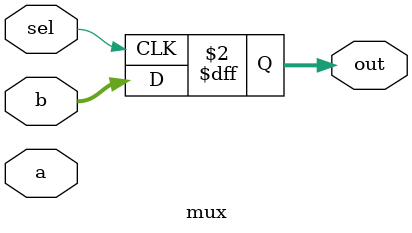
<source format=v>
module mux( 
input [4:0] a, b,
input sel,
output [4:0] out );
// When sel=0, assign a to out. 
// When sel=1, assign b to out. 
always @( posedge sel )
begin
  if ( sel ) out <= b; else out <= a;
end;

endmodule

</source>
